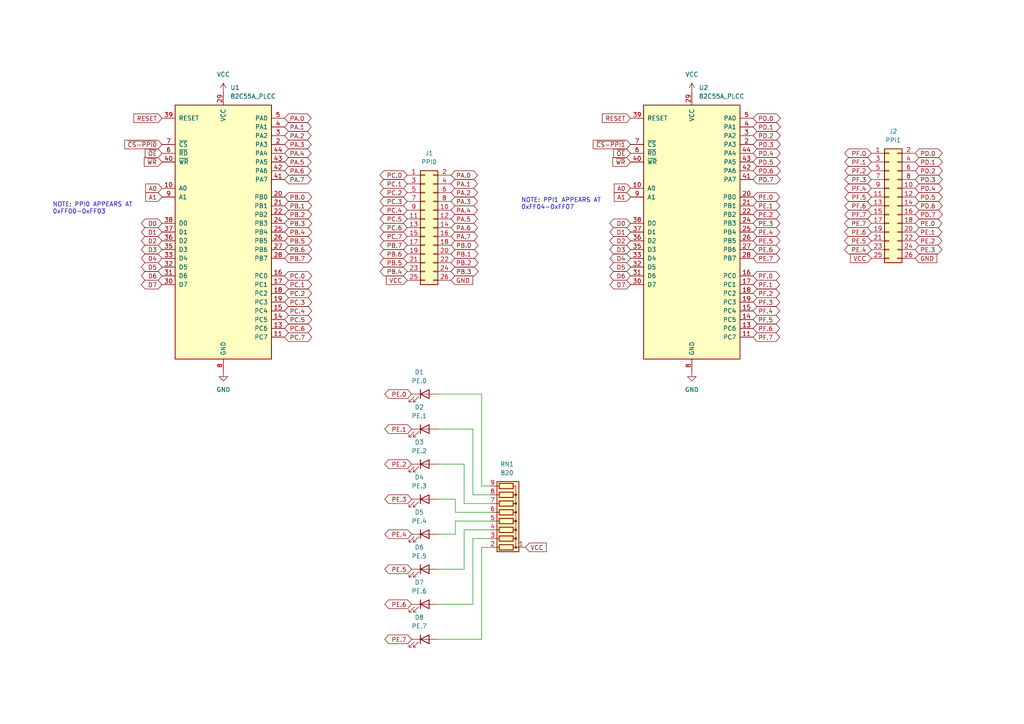
<source format=kicad_sch>
(kicad_sch (version 20211123) (generator eeschema)
  (paper "A4")
  (lib_symbols
    (symbol "Connector_Generic:Conn_02x13_Odd_Even" (pin_names (offset 1.016) hide)
      (property "Reference" "J" (at 1.27 17.78 0))
      (property "Value" "Conn_02x13_Odd_Even" (at 1.27 -17.78 0))
      (symbol "Conn_02x13_Odd_Even_1_1"
        (rectangle (start -1.27 -15.113) (end 0 -15.367) (stroke (width 0.1524)))
        (rectangle (start -1.27 -12.573) (end 0 -12.827) (stroke (width 0.1524)))
        (rectangle (start -1.27 -10.033) (end 0 -10.287) (stroke (width 0.1524)))
        (rectangle (start -1.27 -7.493) (end 0 -7.747) (stroke (width 0.1524)))
        (rectangle (start -1.27 -4.953) (end 0 -5.207) (stroke (width 0.1524)))
        (rectangle (start -1.27 -2.413) (end 0 -2.667) (stroke (width 0.1524)))
        (rectangle (start -1.27 0.127) (end 0 -0.127) (stroke (width 0.1524)))
        (rectangle (start -1.27 2.667) (end 0 2.413) (stroke (width 0.1524)))
        (rectangle (start -1.27 5.207) (end 0 4.953) (stroke (width 0.1524)))
        (rectangle (start -1.27 7.747) (end 0 7.493) (stroke (width 0.1524)))
        (rectangle (start -1.27 10.287) (end 0 10.033) (stroke (width 0.1524)))
        (rectangle (start -1.27 12.827) (end 0 12.573) (stroke (width 0.1524)))
        (rectangle (start -1.27 15.367) (end 0 15.113) (stroke (width 0.1524)))
        (rectangle (start -1.27 16.51) (end 3.81 -16.51) (stroke (width 0.254)) (fill (type background)))
        (rectangle (start 3.81 -15.113) (end 2.54 -15.367) (stroke (width 0.1524)))
        (rectangle (start 3.81 -12.573) (end 2.54 -12.827) (stroke (width 0.1524)))
        (rectangle (start 3.81 -10.033) (end 2.54 -10.287) (stroke (width 0.1524)))
        (rectangle (start 3.81 -7.493) (end 2.54 -7.747) (stroke (width 0.1524)))
        (rectangle (start 3.81 -4.953) (end 2.54 -5.207) (stroke (width 0.1524)))
        (rectangle (start 3.81 -2.413) (end 2.54 -2.667) (stroke (width 0.1524)))
        (rectangle (start 3.81 0.127) (end 2.54 -0.127) (stroke (width 0.1524)))
        (rectangle (start 3.81 2.667) (end 2.54 2.413) (stroke (width 0.1524)))
        (rectangle (start 3.81 5.207) (end 2.54 4.953) (stroke (width 0.1524)))
        (rectangle (start 3.81 7.747) (end 2.54 7.493) (stroke (width 0.1524)))
        (rectangle (start 3.81 10.287) (end 2.54 10.033) (stroke (width 0.1524)))
        (rectangle (start 3.81 12.827) (end 2.54 12.573) (stroke (width 0.1524)))
        (rectangle (start 3.81 15.367) (end 2.54 15.113) (stroke (width 0.1524)))
        (pin passive line (at -5.08 15.24 0) (length 3.81) (name "Pin_1") (number "1"))
        (pin passive line (at 7.62 5.08 180) (length 3.81) (name "Pin_10") (number "10"))
        (pin passive line (at -5.08 2.54 0) (length 3.81) (name "Pin_11") (number "11"))
        (pin passive line (at 7.62 2.54 180) (length 3.81) (name "Pin_12") (number "12"))
        (pin passive line (at -5.08 0 0) (length 3.81) (name "Pin_13") (number "13"))
        (pin passive line (at 7.62 0 180) (length 3.81) (name "Pin_14") (number "14"))
        (pin passive line (at -5.08 -2.54 0) (length 3.81) (name "Pin_15") (number "15"))
        (pin passive line (at 7.62 -2.54 180) (length 3.81) (name "Pin_16") (number "16"))
        (pin passive line (at -5.08 -5.08 0) (length 3.81) (name "Pin_17") (number "17"))
        (pin passive line (at 7.62 -5.08 180) (length 3.81) (name "Pin_18") (number "18"))
        (pin passive line (at -5.08 -7.62 0) (length 3.81) (name "Pin_19") (number "19"))
        (pin passive line (at 7.62 15.24 180) (length 3.81) (name "Pin_2") (number "2"))
        (pin passive line (at 7.62 -7.62 180) (length 3.81) (name "Pin_20") (number "20"))
        (pin passive line (at -5.08 -10.16 0) (length 3.81) (name "Pin_21") (number "21"))
        (pin passive line (at 7.62 -10.16 180) (length 3.81) (name "Pin_22") (number "22"))
        (pin passive line (at -5.08 -12.7 0) (length 3.81) (name "Pin_23") (number "23"))
        (pin passive line (at 7.62 -12.7 180) (length 3.81) (name "Pin_24") (number "24"))
        (pin passive line (at -5.08 -15.24 0) (length 3.81) (name "Pin_25") (number "25"))
        (pin passive line (at 7.62 -15.24 180) (length 3.81) (name "Pin_26") (number "26"))
        (pin passive line (at -5.08 12.7 0) (length 3.81) (name "Pin_3") (number "3"))
        (pin passive line (at 7.62 12.7 180) (length 3.81) (name "Pin_4") (number "4"))
        (pin passive line (at -5.08 10.16 0) (length 3.81) (name "Pin_5") (number "5"))
        (pin passive line (at 7.62 10.16 180) (length 3.81) (name "Pin_6") (number "6"))
        (pin passive line (at -5.08 7.62 0) (length 3.81) (name "Pin_7") (number "7"))
        (pin passive line (at 7.62 7.62 180) (length 3.81) (name "Pin_8") (number "8"))
        (pin passive line (at -5.08 5.08 0) (length 3.81) (name "Pin_9") (number "9"))
      )
    )
    (symbol "Device:LED" (pin_numbers hide) (pin_names (offset 1.016) hide)
      (property "Reference" "D" (at 0 2.54 0))
      (property "Value" "LED" (at 0 -2.54 0))
      (symbol "LED_0_1"
        (polyline (pts (xy -1.27 -1.27) (xy -1.27 1.27)) (stroke (width 0.254)))
        (polyline (pts (xy -1.27 0) (xy 1.27 0)))
        (polyline (pts (xy 1.27 -1.27) (xy 1.27 1.27) (xy -1.27 0) (xy 1.27 -1.27)) (stroke (width 0.254)))
        (polyline (pts (xy -3.048 -0.762) (xy -4.572 -2.286) (xy -3.81 -2.286) (xy -4.572 -2.286) (xy -4.572 -1.524)))
        (polyline (pts (xy -1.778 -0.762) (xy -3.302 -2.286) (xy -2.54 -2.286) (xy -3.302 -2.286) (xy -3.302 -1.524)))
      )
      (symbol "LED_1_1"
        (pin passive line (at -3.81 0 0) (length 2.54) (name "K") (number "1"))
        (pin passive line (at 3.81 0 180) (length 2.54) (name "A") (number "2"))
      )
    )
    (symbol "Device:R_Network08" (pin_names (offset 0) hide)
      (property "Reference" "RN" (at -12.7 0 90))
      (property "Value" "R_Network08" (at 10.16 0 90))
      (symbol "R_Network08_0_1"
        (rectangle (start -11.43 -3.175) (end 8.89 3.175) (stroke (width 0.254)) (fill (type background)))
        (rectangle (start -10.922 1.524) (end -9.398 -2.54) (stroke (width 0.254)))
        (circle (center -10.16 2.286) (radius 0.254) (fill (type outline)))
        (rectangle (start -8.382 1.524) (end -6.858 -2.54) (stroke (width 0.254)))
        (circle (center -7.62 2.286) (radius 0.254) (fill (type outline)))
        (rectangle (start -5.842 1.524) (end -4.318 -2.54) (stroke (width 0.254)))
        (circle (center -5.08 2.286) (radius 0.254) (fill (type outline)))
        (rectangle (start -3.302 1.524) (end -1.778 -2.54) (stroke (width 0.254)))
        (circle (center -2.54 2.286) (radius 0.254) (fill (type outline)))
        (rectangle (start -0.762 1.524) (end 0.762 -2.54) (stroke (width 0.254)))
        (polyline (pts (xy -10.16 -2.54) (xy -10.16 -3.81)))
        (polyline (pts (xy -7.62 -2.54) (xy -7.62 -3.81)))
        (polyline (pts (xy -5.08 -2.54) (xy -5.08 -3.81)))
        (polyline (pts (xy -2.54 -2.54) (xy -2.54 -3.81)))
        (polyline (pts (xy 0 -2.54) (xy 0 -3.81)))
        (polyline (pts (xy 2.54 -2.54) (xy 2.54 -3.81)))
        (polyline (pts (xy 5.08 -2.54) (xy 5.08 -3.81)))
        (polyline (pts (xy 7.62 -2.54) (xy 7.62 -3.81)))
        (polyline (pts (xy -10.16 1.524) (xy -10.16 2.286) (xy -7.62 2.286) (xy -7.62 1.524)))
        (polyline (pts (xy -7.62 1.524) (xy -7.62 2.286) (xy -5.08 2.286) (xy -5.08 1.524)))
        (polyline (pts (xy -5.08 1.524) (xy -5.08 2.286) (xy -2.54 2.286) (xy -2.54 1.524)))
        (polyline (pts (xy -2.54 1.524) (xy -2.54 2.286) (xy 0 2.286) (xy 0 1.524)))
        (polyline (pts (xy 0 1.524) (xy 0 2.286) (xy 2.54 2.286) (xy 2.54 1.524)))
        (polyline (pts (xy 2.54 1.524) (xy 2.54 2.286) (xy 5.08 2.286) (xy 5.08 1.524)))
        (polyline (pts (xy 5.08 1.524) (xy 5.08 2.286) (xy 7.62 2.286) (xy 7.62 1.524)))
        (circle (center 0 2.286) (radius 0.254) (fill (type outline)))
        (rectangle (start 1.778 1.524) (end 3.302 -2.54) (stroke (width 0.254)))
        (circle (center 2.54 2.286) (radius 0.254) (fill (type outline)))
        (rectangle (start 4.318 1.524) (end 5.842 -2.54) (stroke (width 0.254)))
        (circle (center 5.08 2.286) (radius 0.254) (fill (type outline)))
        (rectangle (start 6.858 1.524) (end 8.382 -2.54) (stroke (width 0.254)))
      )
      (symbol "R_Network08_1_1"
        (pin passive line (at -10.16 5.08 270) (length 2.54) (name "common") (number "1"))
        (pin passive line (at -10.16 -5.08 90) (length 1.27) (name "R1") (number "2"))
        (pin passive line (at -7.62 -5.08 90) (length 1.27) (name "R2") (number "3"))
        (pin passive line (at -5.08 -5.08 90) (length 1.27) (name "R3") (number "4"))
        (pin passive line (at -2.54 -5.08 90) (length 1.27) (name "R4") (number "5"))
        (pin passive line (at 0 -5.08 90) (length 1.27) (name "R5") (number "6"))
        (pin passive line (at 2.54 -5.08 90) (length 1.27) (name "R6") (number "7"))
        (pin passive line (at 5.08 -5.08 90) (length 1.27) (name "R7") (number "8"))
        (pin passive line (at 7.62 -5.08 90) (length 1.27) (name "R8") (number "9"))
      )
    )
    (symbol "Interface:82C55A_PLCC" (pin_names (offset 1.016))
      (property "Reference" "U" (at -13.97 38.1 0))
      (property "Value" "82C55A_PLCC" (at 8.89 38.1 0))
      (symbol "82C55A_PLCC_1_1"
        (rectangle (start -13.97 -36.83) (end 13.97 36.83) (stroke (width 0.254)) (fill (type background)))
        (pin no_connect line (at -17.78 -22.86 0) (length 5.08) hide (name "NC") (number "1"))
        (pin input line (at -17.78 12.7 0) (length 3.81) (name "A0") (number "10"))
        (pin bidirectional line (at 17.78 -30.48 180) (length 3.81) (name "PC7") (number "11"))
        (pin no_connect line (at -17.78 -25.4 0) (length 5.08) hide (name "NC") (number "12"))
        (pin bidirectional line (at 17.78 -27.94 180) (length 3.81) (name "PC6") (number "13"))
        (pin bidirectional line (at 17.78 -25.4 180) (length 3.81) (name "PC5") (number "14"))
        (pin bidirectional line (at 17.78 -22.86 180) (length 3.81) (name "PC4") (number "15"))
        (pin bidirectional line (at 17.78 -12.7 180) (length 3.81) (name "PC0") (number "16"))
        (pin bidirectional line (at 17.78 -15.24 180) (length 3.81) (name "PC1") (number "17"))
        (pin bidirectional line (at 17.78 -17.78 180) (length 3.81) (name "PC2") (number "18"))
        (pin bidirectional line (at 17.78 -20.32 180) (length 3.81) (name "PC3") (number "19"))
        (pin bidirectional line (at 17.78 25.4 180) (length 3.81) (name "PA3") (number "2"))
        (pin bidirectional line (at 17.78 10.16 180) (length 3.81) (name "PB0") (number "20"))
        (pin bidirectional line (at 17.78 7.62 180) (length 3.81) (name "PB1") (number "21"))
        (pin bidirectional line (at 17.78 5.08 180) (length 3.81) (name "PB2") (number "22"))
        (pin no_connect line (at -17.78 -27.94 0) (length 5.08) hide (name "NC") (number "23"))
        (pin bidirectional line (at 17.78 2.54 180) (length 3.81) (name "PB3") (number "24"))
        (pin bidirectional line (at 17.78 0 180) (length 3.81) (name "PB4") (number "25"))
        (pin bidirectional line (at 17.78 -2.54 180) (length 3.81) (name "PB5") (number "26"))
        (pin bidirectional line (at 17.78 -5.08 180) (length 3.81) (name "PB6") (number "27"))
        (pin bidirectional line (at 17.78 -7.62 180) (length 3.81) (name "PB7") (number "28"))
        (pin power_in line (at 0 40.64 270) (length 3.81) (name "VCC") (number "29"))
        (pin bidirectional line (at 17.78 27.94 180) (length 3.81) (name "PA2") (number "3"))
        (pin bidirectional line (at -17.78 -15.24 0) (length 3.81) (name "D7") (number "30"))
        (pin bidirectional line (at -17.78 -12.7 0) (length 3.81) (name "D6") (number "31"))
        (pin bidirectional line (at -17.78 -10.16 0) (length 3.81) (name "D5") (number "32"))
        (pin bidirectional line (at -17.78 -7.62 0) (length 3.81) (name "D4") (number "33"))
        (pin no_connect line (at -17.78 -30.48 0) (length 5.08) hide (name "NC") (number "34"))
        (pin bidirectional line (at -17.78 -5.08 0) (length 3.81) (name "D3") (number "35"))
        (pin bidirectional line (at -17.78 -2.54 0) (length 3.81) (name "D2") (number "36"))
        (pin bidirectional line (at -17.78 0 0) (length 3.81) (name "D1") (number "37"))
        (pin bidirectional line (at -17.78 2.54 0) (length 3.81) (name "D0") (number "38"))
        (pin input line (at -17.78 33.02 0) (length 3.81) (name "RESET") (number "39"))
        (pin bidirectional line (at 17.78 30.48 180) (length 3.81) (name "PA1") (number "4"))
        (pin input line (at -17.78 20.32 0) (length 3.81) (name "~{WR}") (number "40"))
        (pin bidirectional line (at 17.78 15.24 180) (length 3.81) (name "PA7") (number "41"))
        (pin bidirectional line (at 17.78 17.78 180) (length 3.81) (name "PA6") (number "42"))
        (pin bidirectional line (at 17.78 20.32 180) (length 3.81) (name "PA5") (number "43"))
        (pin bidirectional line (at 17.78 22.86 180) (length 3.81) (name "PA4") (number "44"))
        (pin bidirectional line (at 17.78 33.02 180) (length 3.81) (name "PA0") (number "5"))
        (pin input line (at -17.78 22.86 0) (length 3.81) (name "~{RD}") (number "6"))
        (pin input line (at -17.78 25.4 0) (length 3.81) (name "~{CS}") (number "7"))
        (pin power_in line (at 0 -40.64 90) (length 3.81) (name "GND") (number "8"))
        (pin input line (at -17.78 10.16 0) (length 3.81) (name "A1") (number "9"))
      )
    )
    (symbol "power:GND" (power) (pin_names (offset 0))
      (property "Value" "GND" (at 0 -3.81 0))
      (symbol "GND_0_1"
        (polyline (pts (xy 0 0) (xy 0 -1.27) (xy 1.27 -1.27) (xy 0 -2.54) (xy -1.27 -1.27) (xy 0 -1.27)))
      )
      (symbol "GND_1_1"
        (pin power_in line (at 0 0 270) (length 0) hide (name "GND") (number "1"))
      )
    )
    (symbol "power:VCC" (power) (pin_names (offset 0))
      (property "Value" "VCC" (at 0 3.81 0))
      (symbol "VCC_0_1"
        (polyline (pts (xy -0.762 1.27) (xy 0 2.54)))
        (polyline (pts (xy 0 0) (xy 0 2.54)))
        (polyline (pts (xy 0 2.54) (xy 0.762 1.27)))
      )
      (symbol "VCC_1_1"
        (pin power_in line (at 0 0 90) (length 0) hide (name "VCC") (number "1"))
      )
    )
  )
  (wire (pts (xy 139.7 114.3) (xy 139.7 140.97)))
  (wire (pts (xy 137.16 124.46) (xy 127 124.46)))
  (wire (pts (xy 142.24 158.75) (xy 139.7 158.75)))
  (wire (pts (xy 132.08 148.59) (xy 132.08 144.78)))
  (wire (pts (xy 142.24 153.67) (xy 134.62 153.67)))
  (wire (pts (xy 134.62 146.05) (xy 142.24 146.05)))
  (wire (pts (xy 142.24 148.59) (xy 132.08 148.59)))
  (wire (pts (xy 134.62 153.67) (xy 134.62 165.1)))
  (wire (pts (xy 132.08 144.78) (xy 127 144.78)))
  (wire (pts (xy 132.08 151.13) (xy 142.24 151.13)))
  (wire (pts (xy 127 114.3) (xy 139.7 114.3)))
  (wire (pts (xy 137.16 143.51) (xy 137.16 124.46)))
  (wire (pts (xy 127 154.94) (xy 132.08 154.94)))
  (wire (pts (xy 139.7 185.42) (xy 127 185.42)))
  (wire (pts (xy 139.7 140.97) (xy 142.24 140.97)))
  (wire (pts (xy 137.16 156.21) (xy 142.24 156.21)))
  (wire (pts (xy 142.24 143.51) (xy 137.16 143.51)))
  (wire (pts (xy 127 175.26) (xy 137.16 175.26)))
  (wire (pts (xy 127 134.62) (xy 134.62 134.62)))
  (wire (pts (xy 137.16 175.26) (xy 137.16 156.21)))
  (wire (pts (xy 134.62 165.1) (xy 127 165.1)))
  (wire (pts (xy 139.7 158.75) (xy 139.7 185.42)))
  (wire (pts (xy 132.08 154.94) (xy 132.08 151.13)))
  (wire (pts (xy 134.62 134.62) (xy 134.62 146.05)))
  (text "NOTE: PPI0 APPEARS AT\n0xFF00-0xFF03" (at 15.24 62.23 0) (effects (font (size 1.27 1.27)) (justify left bottom)))
  (text "NOTE: PPI1 APPEARS AT\n0xFF04-0xFF07" (at 151.13 60.96 0) (effects (font (size 1.27 1.27)) (justify left bottom)))
  (global_label "PC.6" (shape bidirectional) (at 118.11 66.04 180) (property "Intersheet References" "${INTERSHEET_REFS}" (effects hide)))
  (global_label "PC.1" (shape bidirectional) (at 82.55 82.55 0) (property "Intersheet References" "${INTERSHEET_REFS}" (effects hide)))
  (global_label "PD.4" (shape bidirectional) (at 218.44 44.45 0) (property "Intersheet References" "${INTERSHEET_REFS}" (effects hide)))
  (global_label "PA.3" (shape bidirectional) (at 130.81 58.42 0) (property "Intersheet References" "${INTERSHEET_REFS}" (effects hide)))
  (global_label "D5" (shape bidirectional) (at 46.99 77.47 180) (property "Intersheet References" "${INTERSHEET_REFS}" (effects hide)))
  (global_label "PD.5" (shape bidirectional) (at 265.43 57.15 0) (property "Intersheet References" "${INTERSHEET_REFS}" (effects hide)))
  (global_label "PB.5" (shape bidirectional) (at 118.11 76.2 180) (property "Intersheet References" "${INTERSHEET_REFS}" (effects hide)))
  (global_label "PB.2" (shape bidirectional) (at 82.55 62.23 0) (property "Intersheet References" "${INTERSHEET_REFS}" (effects hide)))
  (global_label "VCC" (shape input) (at 252.73 74.93 180) (property "Intersheet References" "${INTERSHEET_REFS}" (effects hide)))
  (global_label "PE.7" (shape bidirectional) (at 252.73 64.77 180) (property "Intersheet References" "${INTERSHEET_REFS}" (effects hide)))
  (global_label "GND" (shape input) (at 130.81 81.28 0) (property "Intersheet References" "${INTERSHEET_REFS}" (effects hide)))
  (global_label "PD.5" (shape bidirectional) (at 218.44 46.99 0) (property "Intersheet References" "${INTERSHEET_REFS}" (effects hide)))
  (global_label "PE.2" (shape bidirectional) (at 218.44 62.23 0) (property "Intersheet References" "${INTERSHEET_REFS}" (effects hide)))
  (global_label "D0" (shape bidirectional) (at 46.99 64.77 180) (property "Intersheet References" "${INTERSHEET_REFS}" (effects hide)))
  (global_label "PE.3" (shape bidirectional) (at 218.44 64.77 0) (property "Intersheet References" "${INTERSHEET_REFS}" (effects hide)))
  (global_label "PF.4" (shape bidirectional) (at 252.73 54.61 180) (property "Intersheet References" "${INTERSHEET_REFS}" (effects hide)))
  (global_label "D5" (shape bidirectional) (at 182.88 77.47 180) (property "Intersheet References" "${INTERSHEET_REFS}" (effects hide)))
  (global_label "PE.4" (shape bidirectional) (at 119.38 154.94 180) (property "Intersheet References" "${INTERSHEET_REFS}" (effects hide)))
  (global_label "D7" (shape bidirectional) (at 182.88 82.55 180) (property "Intersheet References" "${INTERSHEET_REFS}" (effects hide)))
  (global_label "~{OE}" (shape input) (at 182.88 44.45 180) (property "Intersheet References" "${INTERSHEET_REFS}" (effects hide)))
  (global_label "PF.1" (shape bidirectional) (at 218.44 82.55 0) (property "Intersheet References" "${INTERSHEET_REFS}" (effects hide)))
  (global_label "PF.2" (shape bidirectional) (at 218.44 85.09 0) (property "Intersheet References" "${INTERSHEET_REFS}" (effects hide)))
  (global_label "PF.5" (shape bidirectional) (at 252.73 57.15 180) (property "Intersheet References" "${INTERSHEET_REFS}" (effects hide)))
  (global_label "PE.0" (shape bidirectional) (at 119.38 114.3 180) (property "Intersheet References" "${INTERSHEET_REFS}" (effects hide)))
  (global_label "PE.1" (shape bidirectional) (at 119.38 124.46 180) (property "Intersheet References" "${INTERSHEET_REFS}" (effects hide)))
  (global_label "PB.3" (shape bidirectional) (at 130.81 78.74 0) (property "Intersheet References" "${INTERSHEET_REFS}" (effects hide)))
  (global_label "PD.3" (shape bidirectional) (at 218.44 41.91 0) (property "Intersheet References" "${INTERSHEET_REFS}" (effects hide)))
  (global_label "PF.5" (shape bidirectional) (at 218.44 92.71 0) (property "Intersheet References" "${INTERSHEET_REFS}" (effects hide)))
  (global_label "PF.0" (shape bidirectional) (at 252.73 44.45 180) (property "Intersheet References" "${INTERSHEET_REFS}" (effects hide)))
  (global_label "PF.3" (shape bidirectional) (at 252.73 52.07 180) (property "Intersheet References" "${INTERSHEET_REFS}" (effects hide)))
  (global_label "PA.3" (shape bidirectional) (at 82.55 41.91 0) (property "Intersheet References" "${INTERSHEET_REFS}" (effects hide)))
  (global_label "PA.4" (shape bidirectional) (at 82.55 44.45 0) (property "Intersheet References" "${INTERSHEET_REFS}" (effects hide)))
  (global_label "PA.6" (shape bidirectional) (at 130.81 66.04 0) (property "Intersheet References" "${INTERSHEET_REFS}" (effects hide)))
  (global_label "~{WR}" (shape input) (at 46.99 46.99 180) (property "Intersheet References" "${INTERSHEET_REFS}" (effects hide)))
  (global_label "PC.6" (shape bidirectional) (at 82.55 95.25 0) (property "Intersheet References" "${INTERSHEET_REFS}" (effects hide)))
  (global_label "~{WR}" (shape input) (at 182.88 46.99 180) (property "Intersheet References" "${INTERSHEET_REFS}" (effects hide)))
  (global_label "PB.0" (shape bidirectional) (at 130.81 71.12 0) (property "Intersheet References" "${INTERSHEET_REFS}" (effects hide)))
  (global_label "PA.0" (shape bidirectional) (at 130.81 50.8 0) (property "Intersheet References" "${INTERSHEET_REFS}" (effects hide)))
  (global_label "PA.7" (shape bidirectional) (at 82.55 52.07 0) (property "Intersheet References" "${INTERSHEET_REFS}" (effects hide)))
  (global_label "PB.3" (shape bidirectional) (at 82.55 64.77 0) (property "Intersheet References" "${INTERSHEET_REFS}" (effects hide)))
  (global_label "PE.2" (shape bidirectional) (at 265.43 69.85 0) (property "Intersheet References" "${INTERSHEET_REFS}" (effects hide)))
  (global_label "D3" (shape bidirectional) (at 46.99 72.39 180) (property "Intersheet References" "${INTERSHEET_REFS}" (effects hide)))
  (global_label "PA.4" (shape bidirectional) (at 130.81 60.96 0) (property "Intersheet References" "${INTERSHEET_REFS}" (effects hide)))
  (global_label "PE.5" (shape bidirectional) (at 218.44 69.85 0) (property "Intersheet References" "${INTERSHEET_REFS}" (effects hide)))
  (global_label "PA.2" (shape bidirectional) (at 82.55 39.37 0) (property "Intersheet References" "${INTERSHEET_REFS}" (effects hide)))
  (global_label "A0" (shape input) (at 182.88 54.61 180) (property "Intersheet References" "${INTERSHEET_REFS}" (effects hide)))
  (global_label "PC.7" (shape bidirectional) (at 118.11 68.58 180) (property "Intersheet References" "${INTERSHEET_REFS}" (effects hide)))
  (global_label "PC.4" (shape bidirectional) (at 118.11 60.96 180) (property "Intersheet References" "${INTERSHEET_REFS}" (effects hide)))
  (global_label "D2" (shape bidirectional) (at 46.99 69.85 180) (property "Intersheet References" "${INTERSHEET_REFS}" (effects hide)))
  (global_label "PF.2" (shape bidirectional) (at 252.73 49.53 180) (property "Intersheet References" "${INTERSHEET_REFS}" (effects hide)))
  (global_label "PF.0" (shape bidirectional) (at 218.44 80.01 0) (property "Intersheet References" "${INTERSHEET_REFS}" (effects hide)))
  (global_label "RESET" (shape input) (at 46.99 34.29 180) (property "Intersheet References" "${INTERSHEET_REFS}" (effects hide)))
  (global_label "A1" (shape input) (at 46.99 57.15 180) (property "Intersheet References" "${INTERSHEET_REFS}" (effects hide)))
  (global_label "D4" (shape bidirectional) (at 46.99 74.93 180) (property "Intersheet References" "${INTERSHEET_REFS}" (effects hide)))
  (global_label "D4" (shape bidirectional) (at 182.88 74.93 180) (property "Intersheet References" "${INTERSHEET_REFS}" (effects hide)))
  (global_label "D7" (shape bidirectional) (at 46.99 82.55 180) (property "Intersheet References" "${INTERSHEET_REFS}" (effects hide)))
  (global_label "PB.4" (shape bidirectional) (at 82.55 67.31 0) (property "Intersheet References" "${INTERSHEET_REFS}" (effects hide)))
  (global_label "PA.0" (shape bidirectional) (at 82.55 34.29 0) (property "Intersheet References" "${INTERSHEET_REFS}" (effects hide)))
  (global_label "D0" (shape bidirectional) (at 182.88 64.77 180) (property "Intersheet References" "${INTERSHEET_REFS}" (effects hide)))
  (global_label "D6" (shape bidirectional) (at 182.88 80.01 180) (property "Intersheet References" "${INTERSHEET_REFS}" (effects hide)))
  (global_label "PD.3" (shape bidirectional) (at 265.43 52.07 0) (property "Intersheet References" "${INTERSHEET_REFS}" (effects hide)))
  (global_label "PC.7" (shape bidirectional) (at 82.55 97.79 0) (property "Intersheet References" "${INTERSHEET_REFS}" (effects hide)))
  (global_label "PE.4" (shape bidirectional) (at 218.44 67.31 0) (property "Intersheet References" "${INTERSHEET_REFS}" (effects hide)))
  (global_label "PE.7" (shape bidirectional) (at 119.38 185.42 180) (property "Intersheet References" "${INTERSHEET_REFS}" (effects hide)))
  (global_label "PE.5" (shape bidirectional) (at 119.38 165.1 180) (property "Intersheet References" "${INTERSHEET_REFS}" (effects hide)))
  (global_label "D2" (shape bidirectional) (at 182.88 69.85 180) (property "Intersheet References" "${INTERSHEET_REFS}" (effects hide)))
  (global_label "VCC" (shape input) (at 118.11 81.28 180) (property "Intersheet References" "${INTERSHEET_REFS}" (effects hide)))
  (global_label "PB.7" (shape bidirectional) (at 82.55 74.93 0) (property "Intersheet References" "${INTERSHEET_REFS}" (effects hide)))
  (global_label "PF.3" (shape bidirectional) (at 218.44 87.63 0) (property "Intersheet References" "${INTERSHEET_REFS}" (effects hide)))
  (global_label "PB.1" (shape bidirectional) (at 82.55 59.69 0) (property "Intersheet References" "${INTERSHEET_REFS}" (effects hide)))
  (global_label "PC.1" (shape bidirectional) (at 118.11 53.34 180) (property "Intersheet References" "${INTERSHEET_REFS}" (effects hide)))
  (global_label "PA.1" (shape bidirectional) (at 130.81 53.34 0) (property "Intersheet References" "${INTERSHEET_REFS}" (effects hide)))
  (global_label "PF.1" (shape bidirectional) (at 252.73 46.99 180) (property "Intersheet References" "${INTERSHEET_REFS}" (effects hide)))
  (global_label "PD.7" (shape bidirectional) (at 218.44 52.07 0) (property "Intersheet References" "${INTERSHEET_REFS}" (effects hide)))
  (global_label "PC.3" (shape bidirectional) (at 82.55 87.63 0) (property "Intersheet References" "${INTERSHEET_REFS}" (effects hide)))
  (global_label "PE.0" (shape bidirectional) (at 265.43 64.77 0) (property "Intersheet References" "${INTERSHEET_REFS}" (effects hide)))
  (global_label "D1" (shape bidirectional) (at 182.88 67.31 180) (property "Intersheet References" "${INTERSHEET_REFS}" (effects hide)))
  (global_label "PA.6" (shape bidirectional) (at 82.55 49.53 0) (property "Intersheet References" "${INTERSHEET_REFS}" (effects hide)))
  (global_label "PB.1" (shape bidirectional) (at 130.81 73.66 0) (property "Intersheet References" "${INTERSHEET_REFS}" (effects hide)))
  (global_label "PB.6" (shape bidirectional) (at 118.11 73.66 180) (property "Intersheet References" "${INTERSHEET_REFS}" (effects hide)))
  (global_label "PC.2" (shape bidirectional) (at 118.11 55.88 180) (property "Intersheet References" "${INTERSHEET_REFS}" (effects hide)))
  (global_label "PF.7" (shape bidirectional) (at 252.73 62.23 180) (property "Intersheet References" "${INTERSHEET_REFS}" (effects hide)))
  (global_label "PE.6" (shape bidirectional) (at 218.44 72.39 0) (property "Intersheet References" "${INTERSHEET_REFS}" (effects hide)))
  (global_label "D1" (shape bidirectional) (at 46.99 67.31 180) (property "Intersheet References" "${INTERSHEET_REFS}" (effects hide)))
  (global_label "RESET" (shape input) (at 182.88 34.29 180) (property "Intersheet References" "${INTERSHEET_REFS}" (effects hide)))
  (global_label "PD.2" (shape bidirectional) (at 218.44 39.37 0) (property "Intersheet References" "${INTERSHEET_REFS}" (effects hide)))
  (global_label "GND" (shape input) (at 265.43 74.93 0) (property "Intersheet References" "${INTERSHEET_REFS}" (effects hide)))
  (global_label "PD.0" (shape bidirectional) (at 265.43 44.45 0) (property "Intersheet References" "${INTERSHEET_REFS}" (effects hide)))
  (global_label "PE.6" (shape bidirectional) (at 252.73 67.31 180) (property "Intersheet References" "${INTERSHEET_REFS}" (effects hide)))
  (global_label "PE.5" (shape bidirectional) (at 252.73 69.85 180) (property "Intersheet References" "${INTERSHEET_REFS}" (effects hide)))
  (global_label "PE.4" (shape bidirectional) (at 252.73 72.39 180) (property "Intersheet References" "${INTERSHEET_REFS}" (effects hide)))
  (global_label "PB.0" (shape bidirectional) (at 82.55 57.15 0) (property "Intersheet References" "${INTERSHEET_REFS}" (effects hide)))
  (global_label "PC.5" (shape bidirectional) (at 82.55 92.71 0) (property "Intersheet References" "${INTERSHEET_REFS}" (effects hide)))
  (global_label "PC.0" (shape bidirectional) (at 82.55 80.01 0) (property "Intersheet References" "${INTERSHEET_REFS}" (effects hide)))
  (global_label "PB.7" (shape bidirectional) (at 118.11 71.12 180) (property "Intersheet References" "${INTERSHEET_REFS}" (effects hide)))
  (global_label "VCC" (shape input) (at 152.4 158.75 0) (property "Intersheet References" "${INTERSHEET_REFS}" (effects hide)))
  (global_label "PD.4" (shape bidirectional) (at 265.43 54.61 0) (property "Intersheet References" "${INTERSHEET_REFS}" (effects hide)))
  (global_label "PC.5" (shape bidirectional) (at 118.11 63.5 180) (property "Intersheet References" "${INTERSHEET_REFS}" (effects hide)))
  (global_label "PE.3" (shape bidirectional) (at 119.38 144.78 180) (property "Intersheet References" "${INTERSHEET_REFS}" (effects hide)))
  (global_label "PE.3" (shape bidirectional) (at 265.43 72.39 0) (property "Intersheet References" "${INTERSHEET_REFS}" (effects hide)))
  (global_label "PE.2" (shape bidirectional) (at 119.38 134.62 180) (property "Intersheet References" "${INTERSHEET_REFS}" (effects hide)))
  (global_label "~{CS-PPI1}" (shape input) (at 182.88 41.91 180) (property "Intersheet References" "${INTERSHEET_REFS}" (effects hide)))
  (global_label "PA.1" (shape bidirectional) (at 82.55 36.83 0) (property "Intersheet References" "${INTERSHEET_REFS}" (effects hide)))
  (global_label "PF.6" (shape bidirectional) (at 218.44 95.25 0) (property "Intersheet References" "${INTERSHEET_REFS}" (effects hide)))
  (global_label "PB.6" (shape bidirectional) (at 82.55 72.39 0) (property "Intersheet References" "${INTERSHEET_REFS}" (effects hide)))
  (global_label "~{OE}" (shape input) (at 46.99 44.45 180) (property "Intersheet References" "${INTERSHEET_REFS}" (effects hide)))
  (global_label "PC.2" (shape bidirectional) (at 82.55 85.09 0) (property "Intersheet References" "${INTERSHEET_REFS}" (effects hide)))
  (global_label "PA.5" (shape bidirectional) (at 130.81 63.5 0) (property "Intersheet References" "${INTERSHEET_REFS}" (effects hide)))
  (global_label "PE.0" (shape bidirectional) (at 218.44 57.15 0) (property "Intersheet References" "${INTERSHEET_REFS}" (effects hide)))
  (global_label "D3" (shape bidirectional) (at 182.88 72.39 180) (property "Intersheet References" "${INTERSHEET_REFS}" (effects hide)))
  (global_label "PD.6" (shape bidirectional) (at 265.43 59.69 0) (property "Intersheet References" "${INTERSHEET_REFS}" (effects hide)))
  (global_label "PF.6" (shape bidirectional) (at 252.73 59.69 180) (property "Intersheet References" "${INTERSHEET_REFS}" (effects hide)))
  (global_label "PB.4" (shape bidirectional) (at 118.11 78.74 180) (property "Intersheet References" "${INTERSHEET_REFS}" (effects hide)))
  (global_label "PB.5" (shape bidirectional) (at 82.55 69.85 0) (property "Intersheet References" "${INTERSHEET_REFS}" (effects hide)))
  (global_label "PC.4" (shape bidirectional) (at 82.55 90.17 0) (property "Intersheet References" "${INTERSHEET_REFS}" (effects hide)))
  (global_label "PC.3" (shape bidirectional) (at 118.11 58.42 180) (property "Intersheet References" "${INTERSHEET_REFS}" (effects hide)))
  (global_label "PD.1" (shape bidirectional) (at 265.43 46.99 0) (property "Intersheet References" "${INTERSHEET_REFS}" (effects hide)))
  (global_label "PE.6" (shape bidirectional) (at 119.38 175.26 180) (property "Intersheet References" "${INTERSHEET_REFS}" (effects hide)))
  (global_label "PA.7" (shape bidirectional) (at 130.81 68.58 0) (property "Intersheet References" "${INTERSHEET_REFS}" (effects hide)))
  (global_label "PD.7" (shape bidirectional) (at 265.43 62.23 0) (property "Intersheet References" "${INTERSHEET_REFS}" (effects hide)))
  (global_label "PF.4" (shape bidirectional) (at 218.44 90.17 0) (property "Intersheet References" "${INTERSHEET_REFS}" (effects hide)))
  (global_label "~{CS-PPI0}" (shape input) (at 46.99 41.91 180) (property "Intersheet References" "${INTERSHEET_REFS}" (effects hide)))
  (global_label "PE.1" (shape bidirectional) (at 218.44 59.69 0) (property "Intersheet References" "${INTERSHEET_REFS}" (effects hide)))
  (global_label "PA.5" (shape bidirectional) (at 82.55 46.99 0) (property "Intersheet References" "${INTERSHEET_REFS}" (effects hide)))
  (global_label "PC.0" (shape bidirectional) (at 118.11 50.8 180) (property "Intersheet References" "${INTERSHEET_REFS}" (effects hide)))
  (global_label "A1" (shape input) (at 182.88 57.15 180) (property "Intersheet References" "${INTERSHEET_REFS}" (effects hide)))
  (global_label "PD.0" (shape bidirectional) (at 218.44 34.29 0) (property "Intersheet References" "${INTERSHEET_REFS}" (effects hide)))
  (global_label "PD.1" (shape bidirectional) (at 218.44 36.83 0) (property "Intersheet References" "${INTERSHEET_REFS}" (effects hide)))
  (global_label "PD.2" (shape bidirectional) (at 265.43 49.53 0) (property "Intersheet References" "${INTERSHEET_REFS}" (effects hide)))
  (global_label "PE.7" (shape bidirectional) (at 218.44 74.93 0) (property "Intersheet References" "${INTERSHEET_REFS}" (effects hide)))
  (global_label "PF.7" (shape bidirectional) (at 218.44 97.79 0) (property "Intersheet References" "${INTERSHEET_REFS}" (effects hide)))
  (global_label "PD.6" (shape bidirectional) (at 218.44 49.53 0) (property "Intersheet References" "${INTERSHEET_REFS}" (effects hide)))
  (global_label "PB.2" (shape bidirectional) (at 130.81 76.2 0) (property "Intersheet References" "${INTERSHEET_REFS}" (effects hide)))
  (global_label "PE.1" (shape bidirectional) (at 265.43 67.31 0) (property "Intersheet References" "${INTERSHEET_REFS}" (effects hide)))
  (global_label "A0" (shape input) (at 46.99 54.61 180) (property "Intersheet References" "${INTERSHEET_REFS}" (effects hide)))
  (global_label "D6" (shape bidirectional) (at 46.99 80.01 180) (property "Intersheet References" "${INTERSHEET_REFS}" (effects hide)))
  (global_label "PA.2" (shape bidirectional) (at 130.81 55.88 0) (property "Intersheet References" "${INTERSHEET_REFS}" (effects hide)))
  (symbol (lib_id "Device:LED") (at 123.19 124.46 0) (unit 1)
    (property "Reference" "D2" (at 121.6025 118.11 0))
    (property "Value" "PE.1" (at 121.6025 120.65 0))
    (property "Footprint" "LED_THT:LED_D3.0mm" (effects hide))
  )
  (symbol (lib_id "Device:LED") (at 123.19 185.42 0) (unit 1)
    (property "Reference" "D8" (at 121.6025 179.07 0))
    (property "Value" "PE.7" (at 121.6025 181.61 0))
    (property "Footprint" "LED_THT:LED_D3.0mm" (effects hide))
  )
  (symbol (lib_id "Interface:82C55A_PLCC") (at 64.77 67.31 0) (unit 1)
    (property "Reference" "U1" (at 66.7894 25.4 0) (effects (justify left)))
    (property "Value" "82C55A_PLCC" (at 66.7894 27.94 0) (effects (justify left)))
    (property "Footprint" "Package_LCC:PLCC-44_THT-Socket" (effects hide))
    (property "Datasheet" "http://jap.hu/electronic/8255.pdf" (effects hide))
  )
  (symbol (lib_id "Device:LED") (at 123.19 154.94 0) (unit 1)
    (property "Reference" "D5" (at 121.6025 148.59 0))
    (property "Value" "PE.4" (at 121.6025 151.13 0))
    (property "Footprint" "LED_THT:LED_D3.0mm" (effects hide))
  )
  (symbol (lib_id "Device:R_Network08") (at 147.32 148.59 270) (mirror x) (unit 1)
    (property "Reference" "RN1" (at 147.066 134.62 90))
    (property "Value" "820" (at 147.066 137.16 90))
    (property "Footprint" "Resistor_THT:R_Array_SIP9" (effects hide))
    (property "Datasheet" "http://www.vishay.com/docs/31509/csc.pdf" (effects hide))
  )
  (symbol (lib_id "Device:LED") (at 123.19 165.1 0) (unit 1)
    (property "Reference" "D6" (at 121.6025 158.75 0))
    (property "Value" "PE.5" (at 121.6025 161.29 0))
    (property "Footprint" "LED_THT:LED_D3.0mm" (effects hide))
  )
  (symbol (lib_id "power:GND") (at 64.77 107.95 0) (unit 1)
    (property "Reference" "#PWR02" (effects hide))
    (property "Value" "GND" (at 64.77 113.03 0))
  )
  (symbol (lib_id "Device:LED") (at 123.19 134.62 0) (unit 1)
    (property "Reference" "D3" (at 121.6025 128.27 0))
    (property "Value" "PE.2" (at 121.6025 130.81 0))
    (property "Footprint" "LED_THT:LED_D3.0mm" (effects hide))
  )
  (symbol (lib_id "power:GND") (at 200.66 107.95 0) (unit 1)
    (property "Reference" "#PWR04" (effects hide))
    (property "Value" "GND" (at 200.66 113.03 0))
  )
  (symbol (lib_id "Device:LED") (at 123.19 175.26 0) (unit 1)
    (property "Reference" "D7" (at 121.6025 168.91 0))
    (property "Value" "PE.6" (at 121.6025 171.45 0))
    (property "Footprint" "LED_THT:LED_D3.0mm" (effects hide))
  )
  (symbol (lib_id "Device:LED") (at 123.19 144.78 0) (unit 1)
    (property "Reference" "D4" (at 121.6025 138.43 0))
    (property "Value" "PE.3" (at 121.6025 140.97 0))
    (property "Footprint" "LED_THT:LED_D3.0mm" (effects hide))
  )
  (symbol (lib_id "power:VCC") (at 64.77 26.67 0) (unit 1)
    (property "Reference" "#PWR01" (effects hide))
    (property "Value" "VCC" (at 64.77 21.59 0))
  )
  (symbol (lib_id "Interface:82C55A_PLCC") (at 200.66 67.31 0) (unit 1)
    (property "Reference" "U2" (at 202.6794 25.4 0) (effects (justify left)))
    (property "Value" "82C55A_PLCC" (at 202.6794 27.94 0) (effects (justify left)))
    (property "Footprint" "Package_LCC:PLCC-44_THT-Socket" (effects hide))
    (property "Datasheet" "http://jap.hu/electronic/8255.pdf" (effects hide))
  )
  (symbol (lib_id "Device:LED") (at 123.19 114.3 0) (unit 1)
    (property "Reference" "D1" (at 121.6025 107.95 0))
    (property "Value" "PE.0" (at 121.6025 110.49 0))
    (property "Footprint" "LED_THT:LED_D3.0mm" (effects hide))
  )
  (symbol (lib_id "Connector_Generic:Conn_02x13_Odd_Even") (at 257.81 59.69 0) (unit 1)
    (property "Reference" "J2" (at 259.08 38.1 0))
    (property "Value" "PPI1" (at 259.08 40.64 0))
    (property "Footprint" "Connector_IDC:IDC-Header_2x13_P2.54mm_Horizontal" (effects hide))
  )
  (symbol (lib_id "Connector_Generic:Conn_02x13_Odd_Even") (at 123.19 66.04 0) (unit 1)
    (property "Reference" "J1" (at 124.46 44.45 0))
    (property "Value" "PPI0" (at 124.46 46.99 0))
    (property "Footprint" "Connector_IDC:IDC-Header_2x13_P2.54mm_Horizontal" (effects hide))
  )
  (symbol (lib_id "power:VCC") (at 200.66 26.67 0) (unit 1)
    (property "Reference" "#PWR03" (effects hide))
    (property "Value" "VCC" (at 200.66 21.59 0))
  )
)
</source>
